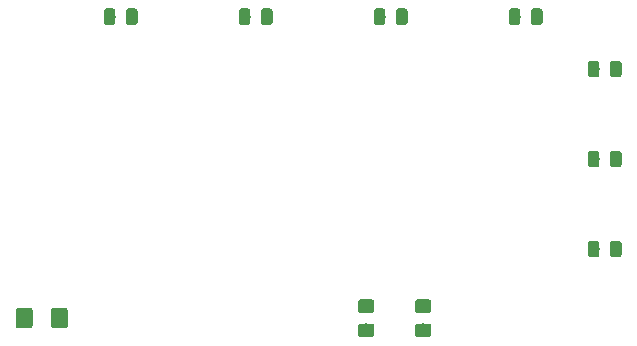
<source format=gbr>
G04 #@! TF.GenerationSoftware,KiCad,Pcbnew,(5.0.2)-1*
G04 #@! TF.CreationDate,2019-02-09T20:55:45-06:00*
G04 #@! TF.ProjectId,Halloween-Controller,48616c6c-6f77-4656-956e-2d436f6e7472,0.1*
G04 #@! TF.SameCoordinates,Original*
G04 #@! TF.FileFunction,Paste,Top*
G04 #@! TF.FilePolarity,Positive*
%FSLAX46Y46*%
G04 Gerber Fmt 4.6, Leading zero omitted, Abs format (unit mm)*
G04 Created by KiCad (PCBNEW (5.0.2)-1) date 2/9/2019 8:55:45 PM*
%MOMM*%
%LPD*%
G01*
G04 APERTURE LIST*
%ADD10C,0.100000*%
%ADD11C,1.150000*%
%ADD12C,0.975000*%
%ADD13C,1.425000*%
G04 APERTURE END LIST*
D10*
G04 #@! TO.C,C2*
G36*
X138396505Y-91882204D02*
X138420773Y-91885804D01*
X138444572Y-91891765D01*
X138467671Y-91900030D01*
X138489850Y-91910520D01*
X138510893Y-91923132D01*
X138530599Y-91937747D01*
X138548777Y-91954223D01*
X138565253Y-91972401D01*
X138579868Y-91992107D01*
X138592480Y-92013150D01*
X138602970Y-92035329D01*
X138611235Y-92058428D01*
X138617196Y-92082227D01*
X138620796Y-92106495D01*
X138622000Y-92130999D01*
X138622000Y-92781001D01*
X138620796Y-92805505D01*
X138617196Y-92829773D01*
X138611235Y-92853572D01*
X138602970Y-92876671D01*
X138592480Y-92898850D01*
X138579868Y-92919893D01*
X138565253Y-92939599D01*
X138548777Y-92957777D01*
X138530599Y-92974253D01*
X138510893Y-92988868D01*
X138489850Y-93001480D01*
X138467671Y-93011970D01*
X138444572Y-93020235D01*
X138420773Y-93026196D01*
X138396505Y-93029796D01*
X138372001Y-93031000D01*
X137471999Y-93031000D01*
X137447495Y-93029796D01*
X137423227Y-93026196D01*
X137399428Y-93020235D01*
X137376329Y-93011970D01*
X137354150Y-93001480D01*
X137333107Y-92988868D01*
X137313401Y-92974253D01*
X137295223Y-92957777D01*
X137278747Y-92939599D01*
X137264132Y-92919893D01*
X137251520Y-92898850D01*
X137241030Y-92876671D01*
X137232765Y-92853572D01*
X137226804Y-92829773D01*
X137223204Y-92805505D01*
X137222000Y-92781001D01*
X137222000Y-92130999D01*
X137223204Y-92106495D01*
X137226804Y-92082227D01*
X137232765Y-92058428D01*
X137241030Y-92035329D01*
X137251520Y-92013150D01*
X137264132Y-91992107D01*
X137278747Y-91972401D01*
X137295223Y-91954223D01*
X137313401Y-91937747D01*
X137333107Y-91923132D01*
X137354150Y-91910520D01*
X137376329Y-91900030D01*
X137399428Y-91891765D01*
X137423227Y-91885804D01*
X137447495Y-91882204D01*
X137471999Y-91881000D01*
X138372001Y-91881000D01*
X138396505Y-91882204D01*
X138396505Y-91882204D01*
G37*
D11*
X137922000Y-92456000D03*
D10*
G36*
X138396505Y-93932204D02*
X138420773Y-93935804D01*
X138444572Y-93941765D01*
X138467671Y-93950030D01*
X138489850Y-93960520D01*
X138510893Y-93973132D01*
X138530599Y-93987747D01*
X138548777Y-94004223D01*
X138565253Y-94022401D01*
X138579868Y-94042107D01*
X138592480Y-94063150D01*
X138602970Y-94085329D01*
X138611235Y-94108428D01*
X138617196Y-94132227D01*
X138620796Y-94156495D01*
X138622000Y-94180999D01*
X138622000Y-94831001D01*
X138620796Y-94855505D01*
X138617196Y-94879773D01*
X138611235Y-94903572D01*
X138602970Y-94926671D01*
X138592480Y-94948850D01*
X138579868Y-94969893D01*
X138565253Y-94989599D01*
X138548777Y-95007777D01*
X138530599Y-95024253D01*
X138510893Y-95038868D01*
X138489850Y-95051480D01*
X138467671Y-95061970D01*
X138444572Y-95070235D01*
X138420773Y-95076196D01*
X138396505Y-95079796D01*
X138372001Y-95081000D01*
X137471999Y-95081000D01*
X137447495Y-95079796D01*
X137423227Y-95076196D01*
X137399428Y-95070235D01*
X137376329Y-95061970D01*
X137354150Y-95051480D01*
X137333107Y-95038868D01*
X137313401Y-95024253D01*
X137295223Y-95007777D01*
X137278747Y-94989599D01*
X137264132Y-94969893D01*
X137251520Y-94948850D01*
X137241030Y-94926671D01*
X137232765Y-94903572D01*
X137226804Y-94879773D01*
X137223204Y-94855505D01*
X137222000Y-94831001D01*
X137222000Y-94180999D01*
X137223204Y-94156495D01*
X137226804Y-94132227D01*
X137232765Y-94108428D01*
X137241030Y-94085329D01*
X137251520Y-94063150D01*
X137264132Y-94042107D01*
X137278747Y-94022401D01*
X137295223Y-94004223D01*
X137313401Y-93987747D01*
X137333107Y-93973132D01*
X137354150Y-93960520D01*
X137376329Y-93950030D01*
X137399428Y-93941765D01*
X137423227Y-93935804D01*
X137447495Y-93932204D01*
X137471999Y-93931000D01*
X138372001Y-93931000D01*
X138396505Y-93932204D01*
X138396505Y-93932204D01*
G37*
D11*
X137922000Y-94506000D03*
G04 #@! TD*
D10*
G04 #@! TO.C,C3*
G36*
X143222505Y-93932204D02*
X143246773Y-93935804D01*
X143270572Y-93941765D01*
X143293671Y-93950030D01*
X143315850Y-93960520D01*
X143336893Y-93973132D01*
X143356599Y-93987747D01*
X143374777Y-94004223D01*
X143391253Y-94022401D01*
X143405868Y-94042107D01*
X143418480Y-94063150D01*
X143428970Y-94085329D01*
X143437235Y-94108428D01*
X143443196Y-94132227D01*
X143446796Y-94156495D01*
X143448000Y-94180999D01*
X143448000Y-94831001D01*
X143446796Y-94855505D01*
X143443196Y-94879773D01*
X143437235Y-94903572D01*
X143428970Y-94926671D01*
X143418480Y-94948850D01*
X143405868Y-94969893D01*
X143391253Y-94989599D01*
X143374777Y-95007777D01*
X143356599Y-95024253D01*
X143336893Y-95038868D01*
X143315850Y-95051480D01*
X143293671Y-95061970D01*
X143270572Y-95070235D01*
X143246773Y-95076196D01*
X143222505Y-95079796D01*
X143198001Y-95081000D01*
X142297999Y-95081000D01*
X142273495Y-95079796D01*
X142249227Y-95076196D01*
X142225428Y-95070235D01*
X142202329Y-95061970D01*
X142180150Y-95051480D01*
X142159107Y-95038868D01*
X142139401Y-95024253D01*
X142121223Y-95007777D01*
X142104747Y-94989599D01*
X142090132Y-94969893D01*
X142077520Y-94948850D01*
X142067030Y-94926671D01*
X142058765Y-94903572D01*
X142052804Y-94879773D01*
X142049204Y-94855505D01*
X142048000Y-94831001D01*
X142048000Y-94180999D01*
X142049204Y-94156495D01*
X142052804Y-94132227D01*
X142058765Y-94108428D01*
X142067030Y-94085329D01*
X142077520Y-94063150D01*
X142090132Y-94042107D01*
X142104747Y-94022401D01*
X142121223Y-94004223D01*
X142139401Y-93987747D01*
X142159107Y-93973132D01*
X142180150Y-93960520D01*
X142202329Y-93950030D01*
X142225428Y-93941765D01*
X142249227Y-93935804D01*
X142273495Y-93932204D01*
X142297999Y-93931000D01*
X143198001Y-93931000D01*
X143222505Y-93932204D01*
X143222505Y-93932204D01*
G37*
D11*
X142748000Y-94506000D03*
D10*
G36*
X143222505Y-91882204D02*
X143246773Y-91885804D01*
X143270572Y-91891765D01*
X143293671Y-91900030D01*
X143315850Y-91910520D01*
X143336893Y-91923132D01*
X143356599Y-91937747D01*
X143374777Y-91954223D01*
X143391253Y-91972401D01*
X143405868Y-91992107D01*
X143418480Y-92013150D01*
X143428970Y-92035329D01*
X143437235Y-92058428D01*
X143443196Y-92082227D01*
X143446796Y-92106495D01*
X143448000Y-92130999D01*
X143448000Y-92781001D01*
X143446796Y-92805505D01*
X143443196Y-92829773D01*
X143437235Y-92853572D01*
X143428970Y-92876671D01*
X143418480Y-92898850D01*
X143405868Y-92919893D01*
X143391253Y-92939599D01*
X143374777Y-92957777D01*
X143356599Y-92974253D01*
X143336893Y-92988868D01*
X143315850Y-93001480D01*
X143293671Y-93011970D01*
X143270572Y-93020235D01*
X143246773Y-93026196D01*
X143222505Y-93029796D01*
X143198001Y-93031000D01*
X142297999Y-93031000D01*
X142273495Y-93029796D01*
X142249227Y-93026196D01*
X142225428Y-93020235D01*
X142202329Y-93011970D01*
X142180150Y-93001480D01*
X142159107Y-92988868D01*
X142139401Y-92974253D01*
X142121223Y-92957777D01*
X142104747Y-92939599D01*
X142090132Y-92919893D01*
X142077520Y-92898850D01*
X142067030Y-92876671D01*
X142058765Y-92853572D01*
X142052804Y-92829773D01*
X142049204Y-92805505D01*
X142048000Y-92781001D01*
X142048000Y-92130999D01*
X142049204Y-92106495D01*
X142052804Y-92082227D01*
X142058765Y-92058428D01*
X142067030Y-92035329D01*
X142077520Y-92013150D01*
X142090132Y-91992107D01*
X142104747Y-91972401D01*
X142121223Y-91954223D01*
X142139401Y-91937747D01*
X142159107Y-91923132D01*
X142180150Y-91910520D01*
X142202329Y-91900030D01*
X142225428Y-91891765D01*
X142249227Y-91885804D01*
X142273495Y-91882204D01*
X142297999Y-91881000D01*
X143198001Y-91881000D01*
X143222505Y-91882204D01*
X143222505Y-91882204D01*
G37*
D11*
X142748000Y-92456000D03*
G04 #@! TD*
D10*
G04 #@! TO.C,R1*
G36*
X157445142Y-71691174D02*
X157468803Y-71694684D01*
X157492007Y-71700496D01*
X157514529Y-71708554D01*
X157536153Y-71718782D01*
X157556670Y-71731079D01*
X157575883Y-71745329D01*
X157593607Y-71761393D01*
X157609671Y-71779117D01*
X157623921Y-71798330D01*
X157636218Y-71818847D01*
X157646446Y-71840471D01*
X157654504Y-71862993D01*
X157660316Y-71886197D01*
X157663826Y-71909858D01*
X157665000Y-71933750D01*
X157665000Y-72846250D01*
X157663826Y-72870142D01*
X157660316Y-72893803D01*
X157654504Y-72917007D01*
X157646446Y-72939529D01*
X157636218Y-72961153D01*
X157623921Y-72981670D01*
X157609671Y-73000883D01*
X157593607Y-73018607D01*
X157575883Y-73034671D01*
X157556670Y-73048921D01*
X157536153Y-73061218D01*
X157514529Y-73071446D01*
X157492007Y-73079504D01*
X157468803Y-73085316D01*
X157445142Y-73088826D01*
X157421250Y-73090000D01*
X156933750Y-73090000D01*
X156909858Y-73088826D01*
X156886197Y-73085316D01*
X156862993Y-73079504D01*
X156840471Y-73071446D01*
X156818847Y-73061218D01*
X156798330Y-73048921D01*
X156779117Y-73034671D01*
X156761393Y-73018607D01*
X156745329Y-73000883D01*
X156731079Y-72981670D01*
X156718782Y-72961153D01*
X156708554Y-72939529D01*
X156700496Y-72917007D01*
X156694684Y-72893803D01*
X156691174Y-72870142D01*
X156690000Y-72846250D01*
X156690000Y-71933750D01*
X156691174Y-71909858D01*
X156694684Y-71886197D01*
X156700496Y-71862993D01*
X156708554Y-71840471D01*
X156718782Y-71818847D01*
X156731079Y-71798330D01*
X156745329Y-71779117D01*
X156761393Y-71761393D01*
X156779117Y-71745329D01*
X156798330Y-71731079D01*
X156818847Y-71718782D01*
X156840471Y-71708554D01*
X156862993Y-71700496D01*
X156886197Y-71694684D01*
X156909858Y-71691174D01*
X156933750Y-71690000D01*
X157421250Y-71690000D01*
X157445142Y-71691174D01*
X157445142Y-71691174D01*
G37*
D12*
X157177500Y-72390000D03*
D10*
G36*
X159320142Y-71691174D02*
X159343803Y-71694684D01*
X159367007Y-71700496D01*
X159389529Y-71708554D01*
X159411153Y-71718782D01*
X159431670Y-71731079D01*
X159450883Y-71745329D01*
X159468607Y-71761393D01*
X159484671Y-71779117D01*
X159498921Y-71798330D01*
X159511218Y-71818847D01*
X159521446Y-71840471D01*
X159529504Y-71862993D01*
X159535316Y-71886197D01*
X159538826Y-71909858D01*
X159540000Y-71933750D01*
X159540000Y-72846250D01*
X159538826Y-72870142D01*
X159535316Y-72893803D01*
X159529504Y-72917007D01*
X159521446Y-72939529D01*
X159511218Y-72961153D01*
X159498921Y-72981670D01*
X159484671Y-73000883D01*
X159468607Y-73018607D01*
X159450883Y-73034671D01*
X159431670Y-73048921D01*
X159411153Y-73061218D01*
X159389529Y-73071446D01*
X159367007Y-73079504D01*
X159343803Y-73085316D01*
X159320142Y-73088826D01*
X159296250Y-73090000D01*
X158808750Y-73090000D01*
X158784858Y-73088826D01*
X158761197Y-73085316D01*
X158737993Y-73079504D01*
X158715471Y-73071446D01*
X158693847Y-73061218D01*
X158673330Y-73048921D01*
X158654117Y-73034671D01*
X158636393Y-73018607D01*
X158620329Y-73000883D01*
X158606079Y-72981670D01*
X158593782Y-72961153D01*
X158583554Y-72939529D01*
X158575496Y-72917007D01*
X158569684Y-72893803D01*
X158566174Y-72870142D01*
X158565000Y-72846250D01*
X158565000Y-71933750D01*
X158566174Y-71909858D01*
X158569684Y-71886197D01*
X158575496Y-71862993D01*
X158583554Y-71840471D01*
X158593782Y-71818847D01*
X158606079Y-71798330D01*
X158620329Y-71779117D01*
X158636393Y-71761393D01*
X158654117Y-71745329D01*
X158673330Y-71731079D01*
X158693847Y-71718782D01*
X158715471Y-71708554D01*
X158737993Y-71700496D01*
X158761197Y-71694684D01*
X158784858Y-71691174D01*
X158808750Y-71690000D01*
X159296250Y-71690000D01*
X159320142Y-71691174D01*
X159320142Y-71691174D01*
G37*
D12*
X159052500Y-72390000D03*
G04 #@! TD*
D10*
G04 #@! TO.C,R2*
G36*
X118347642Y-67246174D02*
X118371303Y-67249684D01*
X118394507Y-67255496D01*
X118417029Y-67263554D01*
X118438653Y-67273782D01*
X118459170Y-67286079D01*
X118478383Y-67300329D01*
X118496107Y-67316393D01*
X118512171Y-67334117D01*
X118526421Y-67353330D01*
X118538718Y-67373847D01*
X118548946Y-67395471D01*
X118557004Y-67417993D01*
X118562816Y-67441197D01*
X118566326Y-67464858D01*
X118567500Y-67488750D01*
X118567500Y-68401250D01*
X118566326Y-68425142D01*
X118562816Y-68448803D01*
X118557004Y-68472007D01*
X118548946Y-68494529D01*
X118538718Y-68516153D01*
X118526421Y-68536670D01*
X118512171Y-68555883D01*
X118496107Y-68573607D01*
X118478383Y-68589671D01*
X118459170Y-68603921D01*
X118438653Y-68616218D01*
X118417029Y-68626446D01*
X118394507Y-68634504D01*
X118371303Y-68640316D01*
X118347642Y-68643826D01*
X118323750Y-68645000D01*
X117836250Y-68645000D01*
X117812358Y-68643826D01*
X117788697Y-68640316D01*
X117765493Y-68634504D01*
X117742971Y-68626446D01*
X117721347Y-68616218D01*
X117700830Y-68603921D01*
X117681617Y-68589671D01*
X117663893Y-68573607D01*
X117647829Y-68555883D01*
X117633579Y-68536670D01*
X117621282Y-68516153D01*
X117611054Y-68494529D01*
X117602996Y-68472007D01*
X117597184Y-68448803D01*
X117593674Y-68425142D01*
X117592500Y-68401250D01*
X117592500Y-67488750D01*
X117593674Y-67464858D01*
X117597184Y-67441197D01*
X117602996Y-67417993D01*
X117611054Y-67395471D01*
X117621282Y-67373847D01*
X117633579Y-67353330D01*
X117647829Y-67334117D01*
X117663893Y-67316393D01*
X117681617Y-67300329D01*
X117700830Y-67286079D01*
X117721347Y-67273782D01*
X117742971Y-67263554D01*
X117765493Y-67255496D01*
X117788697Y-67249684D01*
X117812358Y-67246174D01*
X117836250Y-67245000D01*
X118323750Y-67245000D01*
X118347642Y-67246174D01*
X118347642Y-67246174D01*
G37*
D12*
X118080000Y-67945000D03*
D10*
G36*
X116472642Y-67246174D02*
X116496303Y-67249684D01*
X116519507Y-67255496D01*
X116542029Y-67263554D01*
X116563653Y-67273782D01*
X116584170Y-67286079D01*
X116603383Y-67300329D01*
X116621107Y-67316393D01*
X116637171Y-67334117D01*
X116651421Y-67353330D01*
X116663718Y-67373847D01*
X116673946Y-67395471D01*
X116682004Y-67417993D01*
X116687816Y-67441197D01*
X116691326Y-67464858D01*
X116692500Y-67488750D01*
X116692500Y-68401250D01*
X116691326Y-68425142D01*
X116687816Y-68448803D01*
X116682004Y-68472007D01*
X116673946Y-68494529D01*
X116663718Y-68516153D01*
X116651421Y-68536670D01*
X116637171Y-68555883D01*
X116621107Y-68573607D01*
X116603383Y-68589671D01*
X116584170Y-68603921D01*
X116563653Y-68616218D01*
X116542029Y-68626446D01*
X116519507Y-68634504D01*
X116496303Y-68640316D01*
X116472642Y-68643826D01*
X116448750Y-68645000D01*
X115961250Y-68645000D01*
X115937358Y-68643826D01*
X115913697Y-68640316D01*
X115890493Y-68634504D01*
X115867971Y-68626446D01*
X115846347Y-68616218D01*
X115825830Y-68603921D01*
X115806617Y-68589671D01*
X115788893Y-68573607D01*
X115772829Y-68555883D01*
X115758579Y-68536670D01*
X115746282Y-68516153D01*
X115736054Y-68494529D01*
X115727996Y-68472007D01*
X115722184Y-68448803D01*
X115718674Y-68425142D01*
X115717500Y-68401250D01*
X115717500Y-67488750D01*
X115718674Y-67464858D01*
X115722184Y-67441197D01*
X115727996Y-67417993D01*
X115736054Y-67395471D01*
X115746282Y-67373847D01*
X115758579Y-67353330D01*
X115772829Y-67334117D01*
X115788893Y-67316393D01*
X115806617Y-67300329D01*
X115825830Y-67286079D01*
X115846347Y-67273782D01*
X115867971Y-67263554D01*
X115890493Y-67255496D01*
X115913697Y-67249684D01*
X115937358Y-67246174D01*
X115961250Y-67245000D01*
X116448750Y-67245000D01*
X116472642Y-67246174D01*
X116472642Y-67246174D01*
G37*
D12*
X116205000Y-67945000D03*
G04 #@! TD*
D10*
G04 #@! TO.C,R4*
G36*
X159320142Y-79311174D02*
X159343803Y-79314684D01*
X159367007Y-79320496D01*
X159389529Y-79328554D01*
X159411153Y-79338782D01*
X159431670Y-79351079D01*
X159450883Y-79365329D01*
X159468607Y-79381393D01*
X159484671Y-79399117D01*
X159498921Y-79418330D01*
X159511218Y-79438847D01*
X159521446Y-79460471D01*
X159529504Y-79482993D01*
X159535316Y-79506197D01*
X159538826Y-79529858D01*
X159540000Y-79553750D01*
X159540000Y-80466250D01*
X159538826Y-80490142D01*
X159535316Y-80513803D01*
X159529504Y-80537007D01*
X159521446Y-80559529D01*
X159511218Y-80581153D01*
X159498921Y-80601670D01*
X159484671Y-80620883D01*
X159468607Y-80638607D01*
X159450883Y-80654671D01*
X159431670Y-80668921D01*
X159411153Y-80681218D01*
X159389529Y-80691446D01*
X159367007Y-80699504D01*
X159343803Y-80705316D01*
X159320142Y-80708826D01*
X159296250Y-80710000D01*
X158808750Y-80710000D01*
X158784858Y-80708826D01*
X158761197Y-80705316D01*
X158737993Y-80699504D01*
X158715471Y-80691446D01*
X158693847Y-80681218D01*
X158673330Y-80668921D01*
X158654117Y-80654671D01*
X158636393Y-80638607D01*
X158620329Y-80620883D01*
X158606079Y-80601670D01*
X158593782Y-80581153D01*
X158583554Y-80559529D01*
X158575496Y-80537007D01*
X158569684Y-80513803D01*
X158566174Y-80490142D01*
X158565000Y-80466250D01*
X158565000Y-79553750D01*
X158566174Y-79529858D01*
X158569684Y-79506197D01*
X158575496Y-79482993D01*
X158583554Y-79460471D01*
X158593782Y-79438847D01*
X158606079Y-79418330D01*
X158620329Y-79399117D01*
X158636393Y-79381393D01*
X158654117Y-79365329D01*
X158673330Y-79351079D01*
X158693847Y-79338782D01*
X158715471Y-79328554D01*
X158737993Y-79320496D01*
X158761197Y-79314684D01*
X158784858Y-79311174D01*
X158808750Y-79310000D01*
X159296250Y-79310000D01*
X159320142Y-79311174D01*
X159320142Y-79311174D01*
G37*
D12*
X159052500Y-80010000D03*
D10*
G36*
X157445142Y-79311174D02*
X157468803Y-79314684D01*
X157492007Y-79320496D01*
X157514529Y-79328554D01*
X157536153Y-79338782D01*
X157556670Y-79351079D01*
X157575883Y-79365329D01*
X157593607Y-79381393D01*
X157609671Y-79399117D01*
X157623921Y-79418330D01*
X157636218Y-79438847D01*
X157646446Y-79460471D01*
X157654504Y-79482993D01*
X157660316Y-79506197D01*
X157663826Y-79529858D01*
X157665000Y-79553750D01*
X157665000Y-80466250D01*
X157663826Y-80490142D01*
X157660316Y-80513803D01*
X157654504Y-80537007D01*
X157646446Y-80559529D01*
X157636218Y-80581153D01*
X157623921Y-80601670D01*
X157609671Y-80620883D01*
X157593607Y-80638607D01*
X157575883Y-80654671D01*
X157556670Y-80668921D01*
X157536153Y-80681218D01*
X157514529Y-80691446D01*
X157492007Y-80699504D01*
X157468803Y-80705316D01*
X157445142Y-80708826D01*
X157421250Y-80710000D01*
X156933750Y-80710000D01*
X156909858Y-80708826D01*
X156886197Y-80705316D01*
X156862993Y-80699504D01*
X156840471Y-80691446D01*
X156818847Y-80681218D01*
X156798330Y-80668921D01*
X156779117Y-80654671D01*
X156761393Y-80638607D01*
X156745329Y-80620883D01*
X156731079Y-80601670D01*
X156718782Y-80581153D01*
X156708554Y-80559529D01*
X156700496Y-80537007D01*
X156694684Y-80513803D01*
X156691174Y-80490142D01*
X156690000Y-80466250D01*
X156690000Y-79553750D01*
X156691174Y-79529858D01*
X156694684Y-79506197D01*
X156700496Y-79482993D01*
X156708554Y-79460471D01*
X156718782Y-79438847D01*
X156731079Y-79418330D01*
X156745329Y-79399117D01*
X156761393Y-79381393D01*
X156779117Y-79365329D01*
X156798330Y-79351079D01*
X156818847Y-79338782D01*
X156840471Y-79328554D01*
X156862993Y-79320496D01*
X156886197Y-79314684D01*
X156909858Y-79311174D01*
X156933750Y-79310000D01*
X157421250Y-79310000D01*
X157445142Y-79311174D01*
X157445142Y-79311174D01*
G37*
D12*
X157177500Y-80010000D03*
G04 #@! TD*
D10*
G04 #@! TO.C,R5*
G36*
X129777642Y-67246174D02*
X129801303Y-67249684D01*
X129824507Y-67255496D01*
X129847029Y-67263554D01*
X129868653Y-67273782D01*
X129889170Y-67286079D01*
X129908383Y-67300329D01*
X129926107Y-67316393D01*
X129942171Y-67334117D01*
X129956421Y-67353330D01*
X129968718Y-67373847D01*
X129978946Y-67395471D01*
X129987004Y-67417993D01*
X129992816Y-67441197D01*
X129996326Y-67464858D01*
X129997500Y-67488750D01*
X129997500Y-68401250D01*
X129996326Y-68425142D01*
X129992816Y-68448803D01*
X129987004Y-68472007D01*
X129978946Y-68494529D01*
X129968718Y-68516153D01*
X129956421Y-68536670D01*
X129942171Y-68555883D01*
X129926107Y-68573607D01*
X129908383Y-68589671D01*
X129889170Y-68603921D01*
X129868653Y-68616218D01*
X129847029Y-68626446D01*
X129824507Y-68634504D01*
X129801303Y-68640316D01*
X129777642Y-68643826D01*
X129753750Y-68645000D01*
X129266250Y-68645000D01*
X129242358Y-68643826D01*
X129218697Y-68640316D01*
X129195493Y-68634504D01*
X129172971Y-68626446D01*
X129151347Y-68616218D01*
X129130830Y-68603921D01*
X129111617Y-68589671D01*
X129093893Y-68573607D01*
X129077829Y-68555883D01*
X129063579Y-68536670D01*
X129051282Y-68516153D01*
X129041054Y-68494529D01*
X129032996Y-68472007D01*
X129027184Y-68448803D01*
X129023674Y-68425142D01*
X129022500Y-68401250D01*
X129022500Y-67488750D01*
X129023674Y-67464858D01*
X129027184Y-67441197D01*
X129032996Y-67417993D01*
X129041054Y-67395471D01*
X129051282Y-67373847D01*
X129063579Y-67353330D01*
X129077829Y-67334117D01*
X129093893Y-67316393D01*
X129111617Y-67300329D01*
X129130830Y-67286079D01*
X129151347Y-67273782D01*
X129172971Y-67263554D01*
X129195493Y-67255496D01*
X129218697Y-67249684D01*
X129242358Y-67246174D01*
X129266250Y-67245000D01*
X129753750Y-67245000D01*
X129777642Y-67246174D01*
X129777642Y-67246174D01*
G37*
D12*
X129510000Y-67945000D03*
D10*
G36*
X127902642Y-67246174D02*
X127926303Y-67249684D01*
X127949507Y-67255496D01*
X127972029Y-67263554D01*
X127993653Y-67273782D01*
X128014170Y-67286079D01*
X128033383Y-67300329D01*
X128051107Y-67316393D01*
X128067171Y-67334117D01*
X128081421Y-67353330D01*
X128093718Y-67373847D01*
X128103946Y-67395471D01*
X128112004Y-67417993D01*
X128117816Y-67441197D01*
X128121326Y-67464858D01*
X128122500Y-67488750D01*
X128122500Y-68401250D01*
X128121326Y-68425142D01*
X128117816Y-68448803D01*
X128112004Y-68472007D01*
X128103946Y-68494529D01*
X128093718Y-68516153D01*
X128081421Y-68536670D01*
X128067171Y-68555883D01*
X128051107Y-68573607D01*
X128033383Y-68589671D01*
X128014170Y-68603921D01*
X127993653Y-68616218D01*
X127972029Y-68626446D01*
X127949507Y-68634504D01*
X127926303Y-68640316D01*
X127902642Y-68643826D01*
X127878750Y-68645000D01*
X127391250Y-68645000D01*
X127367358Y-68643826D01*
X127343697Y-68640316D01*
X127320493Y-68634504D01*
X127297971Y-68626446D01*
X127276347Y-68616218D01*
X127255830Y-68603921D01*
X127236617Y-68589671D01*
X127218893Y-68573607D01*
X127202829Y-68555883D01*
X127188579Y-68536670D01*
X127176282Y-68516153D01*
X127166054Y-68494529D01*
X127157996Y-68472007D01*
X127152184Y-68448803D01*
X127148674Y-68425142D01*
X127147500Y-68401250D01*
X127147500Y-67488750D01*
X127148674Y-67464858D01*
X127152184Y-67441197D01*
X127157996Y-67417993D01*
X127166054Y-67395471D01*
X127176282Y-67373847D01*
X127188579Y-67353330D01*
X127202829Y-67334117D01*
X127218893Y-67316393D01*
X127236617Y-67300329D01*
X127255830Y-67286079D01*
X127276347Y-67273782D01*
X127297971Y-67263554D01*
X127320493Y-67255496D01*
X127343697Y-67249684D01*
X127367358Y-67246174D01*
X127391250Y-67245000D01*
X127878750Y-67245000D01*
X127902642Y-67246174D01*
X127902642Y-67246174D01*
G37*
D12*
X127635000Y-67945000D03*
G04 #@! TD*
D10*
G04 #@! TO.C,R6*
G36*
X157445142Y-86931174D02*
X157468803Y-86934684D01*
X157492007Y-86940496D01*
X157514529Y-86948554D01*
X157536153Y-86958782D01*
X157556670Y-86971079D01*
X157575883Y-86985329D01*
X157593607Y-87001393D01*
X157609671Y-87019117D01*
X157623921Y-87038330D01*
X157636218Y-87058847D01*
X157646446Y-87080471D01*
X157654504Y-87102993D01*
X157660316Y-87126197D01*
X157663826Y-87149858D01*
X157665000Y-87173750D01*
X157665000Y-88086250D01*
X157663826Y-88110142D01*
X157660316Y-88133803D01*
X157654504Y-88157007D01*
X157646446Y-88179529D01*
X157636218Y-88201153D01*
X157623921Y-88221670D01*
X157609671Y-88240883D01*
X157593607Y-88258607D01*
X157575883Y-88274671D01*
X157556670Y-88288921D01*
X157536153Y-88301218D01*
X157514529Y-88311446D01*
X157492007Y-88319504D01*
X157468803Y-88325316D01*
X157445142Y-88328826D01*
X157421250Y-88330000D01*
X156933750Y-88330000D01*
X156909858Y-88328826D01*
X156886197Y-88325316D01*
X156862993Y-88319504D01*
X156840471Y-88311446D01*
X156818847Y-88301218D01*
X156798330Y-88288921D01*
X156779117Y-88274671D01*
X156761393Y-88258607D01*
X156745329Y-88240883D01*
X156731079Y-88221670D01*
X156718782Y-88201153D01*
X156708554Y-88179529D01*
X156700496Y-88157007D01*
X156694684Y-88133803D01*
X156691174Y-88110142D01*
X156690000Y-88086250D01*
X156690000Y-87173750D01*
X156691174Y-87149858D01*
X156694684Y-87126197D01*
X156700496Y-87102993D01*
X156708554Y-87080471D01*
X156718782Y-87058847D01*
X156731079Y-87038330D01*
X156745329Y-87019117D01*
X156761393Y-87001393D01*
X156779117Y-86985329D01*
X156798330Y-86971079D01*
X156818847Y-86958782D01*
X156840471Y-86948554D01*
X156862993Y-86940496D01*
X156886197Y-86934684D01*
X156909858Y-86931174D01*
X156933750Y-86930000D01*
X157421250Y-86930000D01*
X157445142Y-86931174D01*
X157445142Y-86931174D01*
G37*
D12*
X157177500Y-87630000D03*
D10*
G36*
X159320142Y-86931174D02*
X159343803Y-86934684D01*
X159367007Y-86940496D01*
X159389529Y-86948554D01*
X159411153Y-86958782D01*
X159431670Y-86971079D01*
X159450883Y-86985329D01*
X159468607Y-87001393D01*
X159484671Y-87019117D01*
X159498921Y-87038330D01*
X159511218Y-87058847D01*
X159521446Y-87080471D01*
X159529504Y-87102993D01*
X159535316Y-87126197D01*
X159538826Y-87149858D01*
X159540000Y-87173750D01*
X159540000Y-88086250D01*
X159538826Y-88110142D01*
X159535316Y-88133803D01*
X159529504Y-88157007D01*
X159521446Y-88179529D01*
X159511218Y-88201153D01*
X159498921Y-88221670D01*
X159484671Y-88240883D01*
X159468607Y-88258607D01*
X159450883Y-88274671D01*
X159431670Y-88288921D01*
X159411153Y-88301218D01*
X159389529Y-88311446D01*
X159367007Y-88319504D01*
X159343803Y-88325316D01*
X159320142Y-88328826D01*
X159296250Y-88330000D01*
X158808750Y-88330000D01*
X158784858Y-88328826D01*
X158761197Y-88325316D01*
X158737993Y-88319504D01*
X158715471Y-88311446D01*
X158693847Y-88301218D01*
X158673330Y-88288921D01*
X158654117Y-88274671D01*
X158636393Y-88258607D01*
X158620329Y-88240883D01*
X158606079Y-88221670D01*
X158593782Y-88201153D01*
X158583554Y-88179529D01*
X158575496Y-88157007D01*
X158569684Y-88133803D01*
X158566174Y-88110142D01*
X158565000Y-88086250D01*
X158565000Y-87173750D01*
X158566174Y-87149858D01*
X158569684Y-87126197D01*
X158575496Y-87102993D01*
X158583554Y-87080471D01*
X158593782Y-87058847D01*
X158606079Y-87038330D01*
X158620329Y-87019117D01*
X158636393Y-87001393D01*
X158654117Y-86985329D01*
X158673330Y-86971079D01*
X158693847Y-86958782D01*
X158715471Y-86948554D01*
X158737993Y-86940496D01*
X158761197Y-86934684D01*
X158784858Y-86931174D01*
X158808750Y-86930000D01*
X159296250Y-86930000D01*
X159320142Y-86931174D01*
X159320142Y-86931174D01*
G37*
D12*
X159052500Y-87630000D03*
G04 #@! TD*
D10*
G04 #@! TO.C,R7*
G36*
X141207642Y-67246174D02*
X141231303Y-67249684D01*
X141254507Y-67255496D01*
X141277029Y-67263554D01*
X141298653Y-67273782D01*
X141319170Y-67286079D01*
X141338383Y-67300329D01*
X141356107Y-67316393D01*
X141372171Y-67334117D01*
X141386421Y-67353330D01*
X141398718Y-67373847D01*
X141408946Y-67395471D01*
X141417004Y-67417993D01*
X141422816Y-67441197D01*
X141426326Y-67464858D01*
X141427500Y-67488750D01*
X141427500Y-68401250D01*
X141426326Y-68425142D01*
X141422816Y-68448803D01*
X141417004Y-68472007D01*
X141408946Y-68494529D01*
X141398718Y-68516153D01*
X141386421Y-68536670D01*
X141372171Y-68555883D01*
X141356107Y-68573607D01*
X141338383Y-68589671D01*
X141319170Y-68603921D01*
X141298653Y-68616218D01*
X141277029Y-68626446D01*
X141254507Y-68634504D01*
X141231303Y-68640316D01*
X141207642Y-68643826D01*
X141183750Y-68645000D01*
X140696250Y-68645000D01*
X140672358Y-68643826D01*
X140648697Y-68640316D01*
X140625493Y-68634504D01*
X140602971Y-68626446D01*
X140581347Y-68616218D01*
X140560830Y-68603921D01*
X140541617Y-68589671D01*
X140523893Y-68573607D01*
X140507829Y-68555883D01*
X140493579Y-68536670D01*
X140481282Y-68516153D01*
X140471054Y-68494529D01*
X140462996Y-68472007D01*
X140457184Y-68448803D01*
X140453674Y-68425142D01*
X140452500Y-68401250D01*
X140452500Y-67488750D01*
X140453674Y-67464858D01*
X140457184Y-67441197D01*
X140462996Y-67417993D01*
X140471054Y-67395471D01*
X140481282Y-67373847D01*
X140493579Y-67353330D01*
X140507829Y-67334117D01*
X140523893Y-67316393D01*
X140541617Y-67300329D01*
X140560830Y-67286079D01*
X140581347Y-67273782D01*
X140602971Y-67263554D01*
X140625493Y-67255496D01*
X140648697Y-67249684D01*
X140672358Y-67246174D01*
X140696250Y-67245000D01*
X141183750Y-67245000D01*
X141207642Y-67246174D01*
X141207642Y-67246174D01*
G37*
D12*
X140940000Y-67945000D03*
D10*
G36*
X139332642Y-67246174D02*
X139356303Y-67249684D01*
X139379507Y-67255496D01*
X139402029Y-67263554D01*
X139423653Y-67273782D01*
X139444170Y-67286079D01*
X139463383Y-67300329D01*
X139481107Y-67316393D01*
X139497171Y-67334117D01*
X139511421Y-67353330D01*
X139523718Y-67373847D01*
X139533946Y-67395471D01*
X139542004Y-67417993D01*
X139547816Y-67441197D01*
X139551326Y-67464858D01*
X139552500Y-67488750D01*
X139552500Y-68401250D01*
X139551326Y-68425142D01*
X139547816Y-68448803D01*
X139542004Y-68472007D01*
X139533946Y-68494529D01*
X139523718Y-68516153D01*
X139511421Y-68536670D01*
X139497171Y-68555883D01*
X139481107Y-68573607D01*
X139463383Y-68589671D01*
X139444170Y-68603921D01*
X139423653Y-68616218D01*
X139402029Y-68626446D01*
X139379507Y-68634504D01*
X139356303Y-68640316D01*
X139332642Y-68643826D01*
X139308750Y-68645000D01*
X138821250Y-68645000D01*
X138797358Y-68643826D01*
X138773697Y-68640316D01*
X138750493Y-68634504D01*
X138727971Y-68626446D01*
X138706347Y-68616218D01*
X138685830Y-68603921D01*
X138666617Y-68589671D01*
X138648893Y-68573607D01*
X138632829Y-68555883D01*
X138618579Y-68536670D01*
X138606282Y-68516153D01*
X138596054Y-68494529D01*
X138587996Y-68472007D01*
X138582184Y-68448803D01*
X138578674Y-68425142D01*
X138577500Y-68401250D01*
X138577500Y-67488750D01*
X138578674Y-67464858D01*
X138582184Y-67441197D01*
X138587996Y-67417993D01*
X138596054Y-67395471D01*
X138606282Y-67373847D01*
X138618579Y-67353330D01*
X138632829Y-67334117D01*
X138648893Y-67316393D01*
X138666617Y-67300329D01*
X138685830Y-67286079D01*
X138706347Y-67273782D01*
X138727971Y-67263554D01*
X138750493Y-67255496D01*
X138773697Y-67249684D01*
X138797358Y-67246174D01*
X138821250Y-67245000D01*
X139308750Y-67245000D01*
X139332642Y-67246174D01*
X139332642Y-67246174D01*
G37*
D12*
X139065000Y-67945000D03*
G04 #@! TD*
D10*
G04 #@! TO.C,R8*
G36*
X150762642Y-67246174D02*
X150786303Y-67249684D01*
X150809507Y-67255496D01*
X150832029Y-67263554D01*
X150853653Y-67273782D01*
X150874170Y-67286079D01*
X150893383Y-67300329D01*
X150911107Y-67316393D01*
X150927171Y-67334117D01*
X150941421Y-67353330D01*
X150953718Y-67373847D01*
X150963946Y-67395471D01*
X150972004Y-67417993D01*
X150977816Y-67441197D01*
X150981326Y-67464858D01*
X150982500Y-67488750D01*
X150982500Y-68401250D01*
X150981326Y-68425142D01*
X150977816Y-68448803D01*
X150972004Y-68472007D01*
X150963946Y-68494529D01*
X150953718Y-68516153D01*
X150941421Y-68536670D01*
X150927171Y-68555883D01*
X150911107Y-68573607D01*
X150893383Y-68589671D01*
X150874170Y-68603921D01*
X150853653Y-68616218D01*
X150832029Y-68626446D01*
X150809507Y-68634504D01*
X150786303Y-68640316D01*
X150762642Y-68643826D01*
X150738750Y-68645000D01*
X150251250Y-68645000D01*
X150227358Y-68643826D01*
X150203697Y-68640316D01*
X150180493Y-68634504D01*
X150157971Y-68626446D01*
X150136347Y-68616218D01*
X150115830Y-68603921D01*
X150096617Y-68589671D01*
X150078893Y-68573607D01*
X150062829Y-68555883D01*
X150048579Y-68536670D01*
X150036282Y-68516153D01*
X150026054Y-68494529D01*
X150017996Y-68472007D01*
X150012184Y-68448803D01*
X150008674Y-68425142D01*
X150007500Y-68401250D01*
X150007500Y-67488750D01*
X150008674Y-67464858D01*
X150012184Y-67441197D01*
X150017996Y-67417993D01*
X150026054Y-67395471D01*
X150036282Y-67373847D01*
X150048579Y-67353330D01*
X150062829Y-67334117D01*
X150078893Y-67316393D01*
X150096617Y-67300329D01*
X150115830Y-67286079D01*
X150136347Y-67273782D01*
X150157971Y-67263554D01*
X150180493Y-67255496D01*
X150203697Y-67249684D01*
X150227358Y-67246174D01*
X150251250Y-67245000D01*
X150738750Y-67245000D01*
X150762642Y-67246174D01*
X150762642Y-67246174D01*
G37*
D12*
X150495000Y-67945000D03*
D10*
G36*
X152637642Y-67246174D02*
X152661303Y-67249684D01*
X152684507Y-67255496D01*
X152707029Y-67263554D01*
X152728653Y-67273782D01*
X152749170Y-67286079D01*
X152768383Y-67300329D01*
X152786107Y-67316393D01*
X152802171Y-67334117D01*
X152816421Y-67353330D01*
X152828718Y-67373847D01*
X152838946Y-67395471D01*
X152847004Y-67417993D01*
X152852816Y-67441197D01*
X152856326Y-67464858D01*
X152857500Y-67488750D01*
X152857500Y-68401250D01*
X152856326Y-68425142D01*
X152852816Y-68448803D01*
X152847004Y-68472007D01*
X152838946Y-68494529D01*
X152828718Y-68516153D01*
X152816421Y-68536670D01*
X152802171Y-68555883D01*
X152786107Y-68573607D01*
X152768383Y-68589671D01*
X152749170Y-68603921D01*
X152728653Y-68616218D01*
X152707029Y-68626446D01*
X152684507Y-68634504D01*
X152661303Y-68640316D01*
X152637642Y-68643826D01*
X152613750Y-68645000D01*
X152126250Y-68645000D01*
X152102358Y-68643826D01*
X152078697Y-68640316D01*
X152055493Y-68634504D01*
X152032971Y-68626446D01*
X152011347Y-68616218D01*
X151990830Y-68603921D01*
X151971617Y-68589671D01*
X151953893Y-68573607D01*
X151937829Y-68555883D01*
X151923579Y-68536670D01*
X151911282Y-68516153D01*
X151901054Y-68494529D01*
X151892996Y-68472007D01*
X151887184Y-68448803D01*
X151883674Y-68425142D01*
X151882500Y-68401250D01*
X151882500Y-67488750D01*
X151883674Y-67464858D01*
X151887184Y-67441197D01*
X151892996Y-67417993D01*
X151901054Y-67395471D01*
X151911282Y-67373847D01*
X151923579Y-67353330D01*
X151937829Y-67334117D01*
X151953893Y-67316393D01*
X151971617Y-67300329D01*
X151990830Y-67286079D01*
X152011347Y-67273782D01*
X152032971Y-67263554D01*
X152055493Y-67255496D01*
X152078697Y-67249684D01*
X152102358Y-67246174D01*
X152126250Y-67245000D01*
X152613750Y-67245000D01*
X152637642Y-67246174D01*
X152637642Y-67246174D01*
G37*
D12*
X152370000Y-67945000D03*
G04 #@! TD*
D10*
G04 #@! TO.C,C4*
G36*
X109453004Y-92598204D02*
X109477273Y-92601804D01*
X109501071Y-92607765D01*
X109524171Y-92616030D01*
X109546349Y-92626520D01*
X109567393Y-92639133D01*
X109587098Y-92653747D01*
X109605277Y-92670223D01*
X109621753Y-92688402D01*
X109636367Y-92708107D01*
X109648980Y-92729151D01*
X109659470Y-92751329D01*
X109667735Y-92774429D01*
X109673696Y-92798227D01*
X109677296Y-92822496D01*
X109678500Y-92847000D01*
X109678500Y-94097000D01*
X109677296Y-94121504D01*
X109673696Y-94145773D01*
X109667735Y-94169571D01*
X109659470Y-94192671D01*
X109648980Y-94214849D01*
X109636367Y-94235893D01*
X109621753Y-94255598D01*
X109605277Y-94273777D01*
X109587098Y-94290253D01*
X109567393Y-94304867D01*
X109546349Y-94317480D01*
X109524171Y-94327970D01*
X109501071Y-94336235D01*
X109477273Y-94342196D01*
X109453004Y-94345796D01*
X109428500Y-94347000D01*
X108503500Y-94347000D01*
X108478996Y-94345796D01*
X108454727Y-94342196D01*
X108430929Y-94336235D01*
X108407829Y-94327970D01*
X108385651Y-94317480D01*
X108364607Y-94304867D01*
X108344902Y-94290253D01*
X108326723Y-94273777D01*
X108310247Y-94255598D01*
X108295633Y-94235893D01*
X108283020Y-94214849D01*
X108272530Y-94192671D01*
X108264265Y-94169571D01*
X108258304Y-94145773D01*
X108254704Y-94121504D01*
X108253500Y-94097000D01*
X108253500Y-92847000D01*
X108254704Y-92822496D01*
X108258304Y-92798227D01*
X108264265Y-92774429D01*
X108272530Y-92751329D01*
X108283020Y-92729151D01*
X108295633Y-92708107D01*
X108310247Y-92688402D01*
X108326723Y-92670223D01*
X108344902Y-92653747D01*
X108364607Y-92639133D01*
X108385651Y-92626520D01*
X108407829Y-92616030D01*
X108430929Y-92607765D01*
X108454727Y-92601804D01*
X108478996Y-92598204D01*
X108503500Y-92597000D01*
X109428500Y-92597000D01*
X109453004Y-92598204D01*
X109453004Y-92598204D01*
G37*
D13*
X108966000Y-93472000D03*
D10*
G36*
X112428004Y-92598204D02*
X112452273Y-92601804D01*
X112476071Y-92607765D01*
X112499171Y-92616030D01*
X112521349Y-92626520D01*
X112542393Y-92639133D01*
X112562098Y-92653747D01*
X112580277Y-92670223D01*
X112596753Y-92688402D01*
X112611367Y-92708107D01*
X112623980Y-92729151D01*
X112634470Y-92751329D01*
X112642735Y-92774429D01*
X112648696Y-92798227D01*
X112652296Y-92822496D01*
X112653500Y-92847000D01*
X112653500Y-94097000D01*
X112652296Y-94121504D01*
X112648696Y-94145773D01*
X112642735Y-94169571D01*
X112634470Y-94192671D01*
X112623980Y-94214849D01*
X112611367Y-94235893D01*
X112596753Y-94255598D01*
X112580277Y-94273777D01*
X112562098Y-94290253D01*
X112542393Y-94304867D01*
X112521349Y-94317480D01*
X112499171Y-94327970D01*
X112476071Y-94336235D01*
X112452273Y-94342196D01*
X112428004Y-94345796D01*
X112403500Y-94347000D01*
X111478500Y-94347000D01*
X111453996Y-94345796D01*
X111429727Y-94342196D01*
X111405929Y-94336235D01*
X111382829Y-94327970D01*
X111360651Y-94317480D01*
X111339607Y-94304867D01*
X111319902Y-94290253D01*
X111301723Y-94273777D01*
X111285247Y-94255598D01*
X111270633Y-94235893D01*
X111258020Y-94214849D01*
X111247530Y-94192671D01*
X111239265Y-94169571D01*
X111233304Y-94145773D01*
X111229704Y-94121504D01*
X111228500Y-94097000D01*
X111228500Y-92847000D01*
X111229704Y-92822496D01*
X111233304Y-92798227D01*
X111239265Y-92774429D01*
X111247530Y-92751329D01*
X111258020Y-92729151D01*
X111270633Y-92708107D01*
X111285247Y-92688402D01*
X111301723Y-92670223D01*
X111319902Y-92653747D01*
X111339607Y-92639133D01*
X111360651Y-92626520D01*
X111382829Y-92616030D01*
X111405929Y-92607765D01*
X111429727Y-92601804D01*
X111453996Y-92598204D01*
X111478500Y-92597000D01*
X112403500Y-92597000D01*
X112428004Y-92598204D01*
X112428004Y-92598204D01*
G37*
D13*
X111941000Y-93472000D03*
G04 #@! TD*
M02*

</source>
